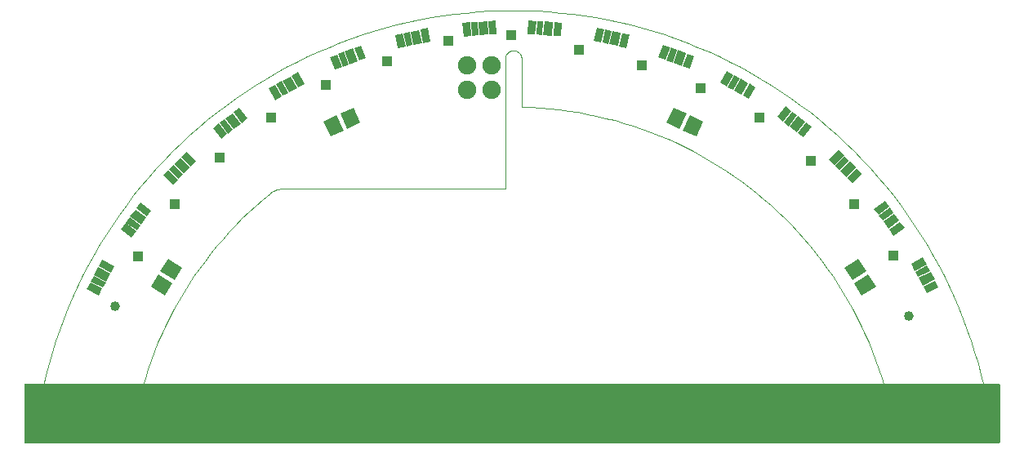
<source format=gts>
G04 EAGLE Gerber RS-274X export*
G75*
%MOMM*%
%FSLAX34Y34*%
%LPD*%
%INMask_Top*%
%IPPOS*%
%AMOC8*
5,1,8,0,0,1.08239X$1,22.5*%
G01*
%ADD10C,0.000000*%
%ADD11R,1.403200X0.753200*%
%ADD12R,1.403200X0.903200*%
%ADD13R,1.403200X0.653200*%
%ADD14R,1.403200X0.803200*%
%ADD15R,1.503200X1.703200*%
%ADD16C,1.903200*%
%ADD17R,1.009600X1.009600*%
%ADD18C,1.009600*%

G36*
X1000020Y-10758D02*
X1000020Y-10758D01*
X1000039Y-10760D01*
X1000141Y-10738D01*
X1000243Y-10722D01*
X1000260Y-10712D01*
X1000280Y-10708D01*
X1000369Y-10655D01*
X1000460Y-10606D01*
X1000474Y-10592D01*
X1000491Y-10582D01*
X1000558Y-10503D01*
X1000630Y-10428D01*
X1000638Y-10410D01*
X1000651Y-10395D01*
X1000690Y-10299D01*
X1000733Y-10205D01*
X1000735Y-10185D01*
X1000743Y-10167D01*
X1000761Y-10000D01*
X1000761Y50000D01*
X1000758Y50020D01*
X1000760Y50039D01*
X1000738Y50141D01*
X1000722Y50243D01*
X1000712Y50260D01*
X1000708Y50280D01*
X1000655Y50369D01*
X1000606Y50460D01*
X1000592Y50474D01*
X1000582Y50491D01*
X1000503Y50558D01*
X1000428Y50630D01*
X1000410Y50638D01*
X1000395Y50651D01*
X1000299Y50690D01*
X1000205Y50733D01*
X1000185Y50735D01*
X1000167Y50743D01*
X1000000Y50761D01*
X-10000Y50761D01*
X-10020Y50758D01*
X-10039Y50760D01*
X-10141Y50738D01*
X-10243Y50722D01*
X-10260Y50712D01*
X-10280Y50708D01*
X-10369Y50655D01*
X-10460Y50606D01*
X-10474Y50592D01*
X-10491Y50582D01*
X-10558Y50503D01*
X-10630Y50428D01*
X-10638Y50410D01*
X-10651Y50395D01*
X-10690Y50299D01*
X-10733Y50205D01*
X-10735Y50185D01*
X-10743Y50167D01*
X-10761Y50000D01*
X-10761Y-10000D01*
X-10758Y-10020D01*
X-10760Y-10039D01*
X-10738Y-10141D01*
X-10722Y-10243D01*
X-10712Y-10260D01*
X-10708Y-10280D01*
X-10655Y-10369D01*
X-10606Y-10460D01*
X-10592Y-10474D01*
X-10582Y-10491D01*
X-10503Y-10558D01*
X-10428Y-10630D01*
X-10410Y-10638D01*
X-10395Y-10651D01*
X-10299Y-10690D01*
X-10205Y-10733D01*
X-10185Y-10735D01*
X-10167Y-10743D01*
X-10000Y-10761D01*
X1000000Y-10761D01*
X1000020Y-10758D01*
G37*
D10*
X992282Y0D02*
X990613Y12144D01*
X988646Y24243D01*
X986384Y36290D01*
X983826Y48278D01*
X980976Y60200D01*
X977834Y72048D01*
X974403Y83816D01*
X970685Y95496D01*
X966681Y107081D01*
X962394Y118565D01*
X957827Y129940D01*
X952983Y141200D01*
X947864Y152338D01*
X942474Y163347D01*
X936815Y174220D01*
X930892Y184952D01*
X924707Y195535D01*
X918265Y205963D01*
X911569Y216230D01*
X904623Y226330D01*
X897432Y236257D01*
X890000Y246004D01*
X882331Y255567D01*
X874430Y264938D01*
X866301Y274113D01*
X857950Y283086D01*
X849382Y291851D01*
X840601Y300404D01*
X831613Y308739D01*
X822424Y316851D01*
X813039Y324736D01*
X803463Y332388D01*
X793702Y339803D01*
X783763Y346977D01*
X773650Y353904D01*
X763371Y360582D01*
X752932Y367006D01*
X742338Y373172D01*
X731596Y379076D01*
X720712Y384715D01*
X709694Y390086D01*
X698547Y395185D01*
X687278Y400009D01*
X675895Y404556D01*
X664404Y408822D01*
X652811Y412806D01*
X641125Y416503D01*
X629351Y419914D01*
X617497Y423034D01*
X605570Y425863D01*
X593578Y428399D01*
X581527Y430640D01*
X569424Y432585D01*
X557278Y434233D01*
X545095Y435583D01*
X532882Y436633D01*
X520647Y437384D01*
X508398Y437835D01*
X496141Y437985D01*
X483884Y437835D01*
X471635Y437384D01*
X459400Y436633D01*
X447187Y435583D01*
X435004Y434233D01*
X422858Y432585D01*
X410755Y430640D01*
X398704Y428399D01*
X386712Y425863D01*
X374785Y423034D01*
X362931Y419914D01*
X351157Y416503D01*
X339471Y412806D01*
X327878Y408822D01*
X316387Y404556D01*
X305004Y400009D01*
X293735Y395185D01*
X282588Y390086D01*
X271570Y384715D01*
X260686Y379076D01*
X249944Y373172D01*
X239350Y367006D01*
X228911Y360582D01*
X218632Y353904D01*
X208519Y346977D01*
X198580Y339803D01*
X188819Y332388D01*
X179243Y324736D01*
X169858Y316851D01*
X160669Y308739D01*
X151681Y300404D01*
X142900Y291851D01*
X134332Y283086D01*
X125981Y274113D01*
X117852Y264938D01*
X109951Y255567D01*
X102282Y246004D01*
X94850Y236257D01*
X87659Y226330D01*
X80713Y216230D01*
X74017Y205963D01*
X67575Y195535D01*
X61390Y184952D01*
X55467Y174220D01*
X49808Y163347D01*
X44418Y152338D01*
X39299Y141200D01*
X34455Y129940D01*
X29888Y118565D01*
X25601Y107081D01*
X21597Y95496D01*
X17879Y83816D01*
X14448Y72048D01*
X11306Y60200D01*
X8456Y48278D01*
X5898Y36290D01*
X3636Y24243D01*
X1669Y12144D01*
X0Y0D01*
X933295Y30000D02*
X933298Y30207D01*
X933305Y30414D01*
X933318Y30620D01*
X933335Y30827D01*
X933358Y31032D01*
X933386Y31238D01*
X933418Y31442D01*
X933456Y31646D01*
X933498Y31848D01*
X933546Y32050D01*
X933598Y32250D01*
X933655Y32449D01*
X933717Y32646D01*
X933784Y32842D01*
X933856Y33036D01*
X933932Y33229D01*
X934013Y33419D01*
X934099Y33608D01*
X934189Y33794D01*
X934283Y33978D01*
X934383Y34160D01*
X934486Y34339D01*
X934594Y34516D01*
X934706Y34690D01*
X934822Y34861D01*
X934943Y35030D01*
X935067Y35195D01*
X935196Y35357D01*
X935328Y35516D01*
X935464Y35672D01*
X935604Y35825D01*
X935748Y35974D01*
X935895Y36119D01*
X936046Y36261D01*
X936200Y36399D01*
X936358Y36534D01*
X936518Y36664D01*
X936682Y36790D01*
X936849Y36913D01*
X937019Y37031D01*
X937192Y37146D01*
X937367Y37256D01*
X937545Y37361D01*
X937726Y37463D01*
X937908Y37559D01*
X938094Y37652D01*
X938281Y37740D01*
X938471Y37823D01*
X938662Y37902D01*
X938855Y37976D01*
X939051Y38045D01*
X939247Y38109D01*
X939445Y38169D01*
X939645Y38224D01*
X939846Y38274D01*
X940048Y38319D01*
X940251Y38359D01*
X940455Y38394D01*
X940660Y38424D01*
X940865Y38449D01*
X941071Y38469D01*
X941278Y38484D01*
X941485Y38494D01*
X941692Y38499D01*
X941898Y38499D01*
X942105Y38494D01*
X942312Y38484D01*
X942519Y38469D01*
X942725Y38449D01*
X942930Y38424D01*
X943135Y38394D01*
X943339Y38359D01*
X943542Y38319D01*
X943744Y38274D01*
X943945Y38224D01*
X944145Y38169D01*
X944343Y38109D01*
X944539Y38045D01*
X944735Y37976D01*
X944928Y37902D01*
X945119Y37823D01*
X945309Y37740D01*
X945496Y37652D01*
X945682Y37559D01*
X945864Y37463D01*
X946045Y37361D01*
X946223Y37256D01*
X946398Y37146D01*
X946571Y37031D01*
X946741Y36913D01*
X946908Y36790D01*
X947072Y36664D01*
X947232Y36534D01*
X947390Y36399D01*
X947544Y36261D01*
X947695Y36119D01*
X947842Y35974D01*
X947986Y35825D01*
X948126Y35672D01*
X948262Y35516D01*
X948394Y35357D01*
X948523Y35195D01*
X948647Y35030D01*
X948768Y34861D01*
X948884Y34690D01*
X948996Y34516D01*
X949104Y34339D01*
X949207Y34160D01*
X949307Y33978D01*
X949401Y33794D01*
X949491Y33608D01*
X949577Y33419D01*
X949658Y33229D01*
X949734Y33036D01*
X949806Y32842D01*
X949873Y32646D01*
X949935Y32449D01*
X949992Y32250D01*
X950044Y32050D01*
X950092Y31848D01*
X950134Y31646D01*
X950172Y31442D01*
X950204Y31238D01*
X950232Y31032D01*
X950255Y30827D01*
X950272Y30620D01*
X950285Y30414D01*
X950292Y30207D01*
X950295Y30000D01*
X891307Y0D02*
X889674Y9644D01*
X887804Y19246D01*
X885701Y28799D01*
X883365Y38297D01*
X880797Y47736D01*
X877999Y57109D01*
X874972Y66411D01*
X871719Y75636D01*
X868242Y84778D01*
X864542Y93833D01*
X860621Y102795D01*
X856483Y111658D01*
X852129Y120418D01*
X847562Y129068D01*
X842785Y137604D01*
X837801Y146020D01*
X832612Y154313D01*
X827223Y162476D01*
X821635Y170504D01*
X815852Y178394D01*
X809879Y186140D01*
X803717Y193737D01*
X797372Y201182D01*
X790847Y208469D01*
X784145Y215594D01*
X777271Y222553D01*
X770229Y229342D01*
X763023Y235957D01*
X755658Y242394D01*
X748137Y248649D01*
X740466Y254718D01*
X732648Y260597D01*
X724689Y266284D01*
X716594Y271774D01*
X708366Y277065D01*
X700012Y282153D01*
X691536Y287035D01*
X682942Y291708D01*
X674238Y296170D01*
X665426Y300418D01*
X656514Y304449D01*
X647505Y308260D01*
X638406Y311851D01*
X629222Y315217D01*
X619958Y318358D01*
X610621Y321272D01*
X601215Y323956D01*
X591746Y326410D01*
X582219Y328631D01*
X572642Y330619D01*
X563018Y332372D01*
X553355Y333889D01*
X543657Y335170D01*
X533931Y336212D01*
X524183Y337017D01*
X514417Y337583D01*
X504641Y337910D01*
X504641Y388000D02*
X504638Y388207D01*
X504631Y388414D01*
X504618Y388620D01*
X504601Y388827D01*
X504578Y389032D01*
X504550Y389238D01*
X504518Y389442D01*
X504480Y389646D01*
X504438Y389848D01*
X504390Y390050D01*
X504338Y390250D01*
X504281Y390449D01*
X504219Y390646D01*
X504152Y390842D01*
X504080Y391036D01*
X504004Y391229D01*
X503923Y391419D01*
X503837Y391608D01*
X503747Y391794D01*
X503653Y391978D01*
X503553Y392160D01*
X503450Y392339D01*
X503342Y392516D01*
X503230Y392690D01*
X503114Y392861D01*
X502993Y393030D01*
X502869Y393195D01*
X502740Y393357D01*
X502608Y393516D01*
X502472Y393672D01*
X502332Y393825D01*
X502188Y393974D01*
X502041Y394119D01*
X501890Y394261D01*
X501736Y394399D01*
X501578Y394534D01*
X501418Y394664D01*
X501254Y394790D01*
X501087Y394913D01*
X500917Y395031D01*
X500744Y395146D01*
X500569Y395256D01*
X500391Y395361D01*
X500210Y395463D01*
X500028Y395559D01*
X499842Y395652D01*
X499655Y395740D01*
X499465Y395823D01*
X499274Y395902D01*
X499081Y395976D01*
X498885Y396045D01*
X498689Y396109D01*
X498491Y396169D01*
X498291Y396224D01*
X498090Y396274D01*
X497888Y396319D01*
X497685Y396359D01*
X497481Y396394D01*
X497276Y396424D01*
X497071Y396449D01*
X496865Y396469D01*
X496658Y396484D01*
X496451Y396494D01*
X496244Y396499D01*
X496038Y396499D01*
X495831Y396494D01*
X495624Y396484D01*
X495417Y396469D01*
X495211Y396449D01*
X495006Y396424D01*
X494801Y396394D01*
X494597Y396359D01*
X494394Y396319D01*
X494192Y396274D01*
X493991Y396224D01*
X493791Y396169D01*
X493593Y396109D01*
X493397Y396045D01*
X493201Y395976D01*
X493008Y395902D01*
X492817Y395823D01*
X492627Y395740D01*
X492440Y395652D01*
X492254Y395559D01*
X492072Y395463D01*
X491891Y395361D01*
X491713Y395256D01*
X491538Y395146D01*
X491365Y395031D01*
X491195Y394913D01*
X491028Y394790D01*
X490864Y394664D01*
X490704Y394534D01*
X490546Y394399D01*
X490392Y394261D01*
X490241Y394119D01*
X490094Y393974D01*
X489950Y393825D01*
X489810Y393672D01*
X489674Y393516D01*
X489542Y393357D01*
X489413Y393195D01*
X489289Y393030D01*
X489168Y392861D01*
X489052Y392690D01*
X488940Y392516D01*
X488832Y392339D01*
X488729Y392160D01*
X488629Y391978D01*
X488535Y391794D01*
X488445Y391608D01*
X488359Y391419D01*
X488278Y391229D01*
X488202Y391036D01*
X488130Y390842D01*
X488063Y390646D01*
X488001Y390449D01*
X487944Y390250D01*
X487892Y390050D01*
X487844Y389848D01*
X487802Y389646D01*
X487764Y389442D01*
X487732Y389238D01*
X487704Y389032D01*
X487681Y388827D01*
X487664Y388620D01*
X487651Y388414D01*
X487644Y388207D01*
X487641Y388000D01*
X256500Y252910D02*
X256012Y252904D01*
X255525Y252886D01*
X255039Y252857D01*
X254553Y252815D01*
X254068Y252762D01*
X253585Y252697D01*
X253104Y252620D01*
X252625Y252531D01*
X252148Y252431D01*
X251673Y252319D01*
X251202Y252196D01*
X250733Y252061D01*
X250269Y251915D01*
X249807Y251757D01*
X249350Y251589D01*
X248897Y251409D01*
X248448Y251218D01*
X248005Y251016D01*
X247566Y250804D01*
X247133Y250581D01*
X246705Y250347D01*
X246283Y250104D01*
X245867Y249850D01*
X245457Y249585D01*
X245054Y249311D01*
X244658Y249028D01*
X244268Y248734D01*
X243887Y248431D01*
X243887Y248432D02*
X236380Y242178D01*
X229028Y235743D01*
X221836Y229131D01*
X214807Y222344D01*
X207945Y215388D01*
X201256Y208267D01*
X194743Y200984D01*
X188410Y193544D01*
X182260Y185952D01*
X176298Y178212D01*
X170526Y170328D01*
X164949Y162306D01*
X159569Y154150D01*
X154390Y145865D01*
X149415Y137456D01*
X144647Y128928D01*
X140089Y120287D01*
X135743Y111536D01*
X131612Y102682D01*
X127698Y93729D01*
X124005Y84684D01*
X120533Y75551D01*
X117286Y66336D01*
X114265Y57044D01*
X111471Y47682D01*
X108908Y38254D01*
X106575Y28766D01*
X104474Y19224D01*
X102608Y9634D01*
X100976Y0D01*
X58988Y30000D02*
X58985Y30207D01*
X58978Y30414D01*
X58965Y30620D01*
X58948Y30827D01*
X58925Y31032D01*
X58897Y31238D01*
X58865Y31442D01*
X58827Y31646D01*
X58785Y31848D01*
X58737Y32050D01*
X58685Y32250D01*
X58628Y32449D01*
X58566Y32646D01*
X58499Y32842D01*
X58427Y33036D01*
X58351Y33229D01*
X58270Y33419D01*
X58184Y33608D01*
X58094Y33794D01*
X58000Y33978D01*
X57900Y34160D01*
X57797Y34339D01*
X57689Y34516D01*
X57577Y34690D01*
X57461Y34861D01*
X57340Y35030D01*
X57216Y35195D01*
X57087Y35357D01*
X56955Y35516D01*
X56819Y35672D01*
X56679Y35825D01*
X56535Y35974D01*
X56388Y36119D01*
X56237Y36261D01*
X56083Y36399D01*
X55925Y36534D01*
X55765Y36664D01*
X55601Y36790D01*
X55434Y36913D01*
X55264Y37031D01*
X55091Y37146D01*
X54916Y37256D01*
X54738Y37361D01*
X54557Y37463D01*
X54375Y37559D01*
X54189Y37652D01*
X54002Y37740D01*
X53812Y37823D01*
X53621Y37902D01*
X53428Y37976D01*
X53232Y38045D01*
X53036Y38109D01*
X52838Y38169D01*
X52638Y38224D01*
X52437Y38274D01*
X52235Y38319D01*
X52032Y38359D01*
X51828Y38394D01*
X51623Y38424D01*
X51418Y38449D01*
X51212Y38469D01*
X51005Y38484D01*
X50798Y38494D01*
X50591Y38499D01*
X50385Y38499D01*
X50178Y38494D01*
X49971Y38484D01*
X49764Y38469D01*
X49558Y38449D01*
X49353Y38424D01*
X49148Y38394D01*
X48944Y38359D01*
X48741Y38319D01*
X48539Y38274D01*
X48338Y38224D01*
X48138Y38169D01*
X47940Y38109D01*
X47744Y38045D01*
X47548Y37976D01*
X47355Y37902D01*
X47164Y37823D01*
X46974Y37740D01*
X46787Y37652D01*
X46601Y37559D01*
X46419Y37463D01*
X46238Y37361D01*
X46060Y37256D01*
X45885Y37146D01*
X45712Y37031D01*
X45542Y36913D01*
X45375Y36790D01*
X45211Y36664D01*
X45051Y36534D01*
X44893Y36399D01*
X44739Y36261D01*
X44588Y36119D01*
X44441Y35974D01*
X44297Y35825D01*
X44157Y35672D01*
X44021Y35516D01*
X43889Y35357D01*
X43760Y35195D01*
X43636Y35030D01*
X43515Y34861D01*
X43399Y34690D01*
X43287Y34516D01*
X43179Y34339D01*
X43076Y34160D01*
X42976Y33978D01*
X42882Y33794D01*
X42792Y33608D01*
X42706Y33419D01*
X42625Y33229D01*
X42549Y33036D01*
X42477Y32842D01*
X42410Y32646D01*
X42348Y32449D01*
X42291Y32250D01*
X42239Y32050D01*
X42191Y31848D01*
X42149Y31646D01*
X42111Y31442D01*
X42079Y31238D01*
X42051Y31032D01*
X42028Y30827D01*
X42011Y30620D01*
X41998Y30414D01*
X41991Y30207D01*
X41988Y30000D01*
X950295Y0D02*
X992282Y0D01*
X990613Y12144D01*
X988646Y24243D01*
X986384Y36290D01*
X983826Y48278D01*
X980976Y60200D01*
X977834Y72048D01*
X974403Y83816D01*
X970685Y95496D01*
X966681Y107081D01*
X962394Y118565D01*
X957827Y129940D01*
X952983Y141200D01*
X947864Y152338D01*
X942474Y163347D01*
X936815Y174220D01*
X930892Y184952D01*
X924707Y195535D01*
X918265Y205963D01*
X911569Y216230D01*
X904623Y226330D01*
X897432Y236257D01*
X890000Y246004D01*
X882331Y255567D01*
X874430Y264938D01*
X866301Y274113D01*
X857950Y283086D01*
X849382Y291851D01*
X840601Y300404D01*
X831613Y308739D01*
X822424Y316851D01*
X813039Y324736D01*
X803463Y332388D01*
X793702Y339803D01*
X783763Y346977D01*
X773650Y353904D01*
X763371Y360582D01*
X752932Y367006D01*
X742338Y373172D01*
X731596Y379076D01*
X720712Y384715D01*
X709694Y390086D01*
X698547Y395185D01*
X687278Y400009D01*
X675895Y404556D01*
X664404Y408822D01*
X652811Y412806D01*
X641125Y416503D01*
X629351Y419914D01*
X617497Y423034D01*
X605570Y425863D01*
X593578Y428399D01*
X581527Y430640D01*
X569424Y432585D01*
X557278Y434233D01*
X545095Y435583D01*
X532882Y436633D01*
X520647Y437384D01*
X508398Y437835D01*
X496141Y437985D01*
X483884Y437835D01*
X471635Y437384D01*
X459400Y436633D01*
X447187Y435583D01*
X435004Y434233D01*
X422858Y432585D01*
X410755Y430640D01*
X398704Y428399D01*
X386712Y425863D01*
X374785Y423034D01*
X362931Y419914D01*
X351157Y416503D01*
X339471Y412806D01*
X327878Y408822D01*
X316387Y404556D01*
X305004Y400009D01*
X293735Y395185D01*
X282588Y390086D01*
X271570Y384715D01*
X260686Y379076D01*
X249944Y373172D01*
X239350Y367006D01*
X228911Y360582D01*
X218632Y353904D01*
X208519Y346977D01*
X198580Y339803D01*
X188819Y332388D01*
X179243Y324736D01*
X169858Y316851D01*
X160669Y308739D01*
X151681Y300404D01*
X142900Y291851D01*
X134332Y283086D01*
X125981Y274113D01*
X117852Y264938D01*
X109951Y255567D01*
X102282Y246004D01*
X94850Y236257D01*
X87659Y226330D01*
X80713Y216230D01*
X74017Y205963D01*
X67575Y195535D01*
X61390Y184952D01*
X55467Y174220D01*
X49808Y163347D01*
X44418Y152338D01*
X39299Y141200D01*
X34455Y129940D01*
X29888Y118565D01*
X25601Y107081D01*
X21597Y95496D01*
X17879Y83816D01*
X14448Y72048D01*
X11306Y60200D01*
X8456Y48278D01*
X5898Y36290D01*
X3636Y24243D01*
X1669Y12144D01*
X0Y0D01*
X41988Y0D01*
X41988Y30000D01*
X41991Y30207D01*
X41998Y30414D01*
X42011Y30620D01*
X42028Y30827D01*
X42051Y31032D01*
X42079Y31238D01*
X42111Y31442D01*
X42149Y31646D01*
X42191Y31848D01*
X42239Y32050D01*
X42291Y32250D01*
X42348Y32449D01*
X42410Y32646D01*
X42477Y32842D01*
X42549Y33036D01*
X42625Y33229D01*
X42706Y33419D01*
X42792Y33608D01*
X42882Y33794D01*
X42976Y33978D01*
X43076Y34160D01*
X43179Y34339D01*
X43287Y34516D01*
X43399Y34690D01*
X43515Y34861D01*
X43636Y35030D01*
X43760Y35195D01*
X43889Y35357D01*
X44021Y35516D01*
X44157Y35672D01*
X44297Y35825D01*
X44441Y35974D01*
X44588Y36119D01*
X44739Y36261D01*
X44893Y36399D01*
X45051Y36534D01*
X45211Y36664D01*
X45375Y36790D01*
X45542Y36913D01*
X45712Y37031D01*
X45885Y37146D01*
X46060Y37256D01*
X46238Y37361D01*
X46419Y37463D01*
X46601Y37559D01*
X46787Y37652D01*
X46974Y37740D01*
X47164Y37823D01*
X47355Y37902D01*
X47548Y37976D01*
X47744Y38045D01*
X47940Y38109D01*
X48138Y38169D01*
X48338Y38224D01*
X48539Y38274D01*
X48741Y38319D01*
X48944Y38359D01*
X49148Y38394D01*
X49353Y38424D01*
X49558Y38449D01*
X49764Y38469D01*
X49971Y38484D01*
X50178Y38494D01*
X50385Y38499D01*
X50591Y38499D01*
X50798Y38494D01*
X51005Y38484D01*
X51212Y38469D01*
X51418Y38449D01*
X51623Y38424D01*
X51828Y38394D01*
X52032Y38359D01*
X52235Y38319D01*
X52437Y38274D01*
X52638Y38224D01*
X52838Y38169D01*
X53036Y38109D01*
X53232Y38045D01*
X53428Y37976D01*
X53621Y37902D01*
X53812Y37823D01*
X54002Y37740D01*
X54189Y37652D01*
X54375Y37559D01*
X54557Y37463D01*
X54738Y37361D01*
X54916Y37256D01*
X55091Y37146D01*
X55264Y37031D01*
X55434Y36913D01*
X55601Y36790D01*
X55765Y36664D01*
X55925Y36534D01*
X56083Y36399D01*
X56237Y36261D01*
X56388Y36119D01*
X56535Y35974D01*
X56679Y35825D01*
X56819Y35672D01*
X56955Y35516D01*
X57087Y35357D01*
X57216Y35195D01*
X57340Y35030D01*
X57461Y34861D01*
X57577Y34690D01*
X57689Y34516D01*
X57797Y34339D01*
X57900Y34160D01*
X58000Y33978D01*
X58094Y33794D01*
X58184Y33608D01*
X58270Y33419D01*
X58351Y33229D01*
X58427Y33036D01*
X58499Y32842D01*
X58566Y32646D01*
X58628Y32449D01*
X58685Y32250D01*
X58737Y32050D01*
X58785Y31848D01*
X58827Y31646D01*
X58865Y31442D01*
X58897Y31238D01*
X58925Y31032D01*
X58948Y30827D01*
X58965Y30620D01*
X58978Y30414D01*
X58985Y30207D01*
X58988Y30000D01*
X58988Y0D01*
X100975Y0D01*
X100976Y0D02*
X102608Y9634D01*
X104474Y19224D01*
X106575Y28766D01*
X108908Y38254D01*
X111471Y47682D01*
X114265Y57044D01*
X117286Y66336D01*
X120533Y75551D01*
X124005Y84684D01*
X127698Y93729D01*
X131612Y102682D01*
X135743Y111536D01*
X140089Y120287D01*
X144647Y128928D01*
X149415Y137456D01*
X154390Y145865D01*
X159569Y154150D01*
X164949Y162306D01*
X170526Y170328D01*
X176298Y178212D01*
X182260Y185952D01*
X188410Y193544D01*
X194743Y200984D01*
X201256Y208267D01*
X207945Y215388D01*
X214807Y222344D01*
X221836Y229131D01*
X229028Y235743D01*
X236380Y242178D01*
X243887Y248432D01*
X243887Y248431D02*
X244268Y248734D01*
X244658Y249028D01*
X245054Y249311D01*
X245457Y249585D01*
X245867Y249850D01*
X246283Y250104D01*
X246705Y250347D01*
X247133Y250581D01*
X247566Y250804D01*
X248005Y251016D01*
X248448Y251218D01*
X248897Y251409D01*
X249350Y251589D01*
X249807Y251757D01*
X250269Y251915D01*
X250733Y252061D01*
X251202Y252196D01*
X251673Y252319D01*
X252148Y252431D01*
X252625Y252531D01*
X253104Y252620D01*
X253585Y252697D01*
X254068Y252762D01*
X254553Y252815D01*
X255039Y252857D01*
X255525Y252886D01*
X256012Y252904D01*
X256500Y252910D01*
X487641Y252910D01*
X487641Y388000D01*
X487644Y388207D01*
X487651Y388414D01*
X487664Y388620D01*
X487681Y388827D01*
X487704Y389032D01*
X487732Y389238D01*
X487764Y389442D01*
X487802Y389646D01*
X487844Y389848D01*
X487892Y390050D01*
X487944Y390250D01*
X488001Y390449D01*
X488063Y390646D01*
X488130Y390842D01*
X488202Y391036D01*
X488278Y391229D01*
X488359Y391419D01*
X488445Y391608D01*
X488535Y391794D01*
X488629Y391978D01*
X488729Y392160D01*
X488832Y392339D01*
X488940Y392516D01*
X489052Y392690D01*
X489168Y392861D01*
X489289Y393030D01*
X489413Y393195D01*
X489542Y393357D01*
X489674Y393516D01*
X489810Y393672D01*
X489950Y393825D01*
X490094Y393974D01*
X490241Y394119D01*
X490392Y394261D01*
X490546Y394399D01*
X490704Y394534D01*
X490864Y394664D01*
X491028Y394790D01*
X491195Y394913D01*
X491365Y395031D01*
X491538Y395146D01*
X491713Y395256D01*
X491891Y395361D01*
X492072Y395463D01*
X492254Y395559D01*
X492440Y395652D01*
X492627Y395740D01*
X492817Y395823D01*
X493008Y395902D01*
X493201Y395976D01*
X493397Y396045D01*
X493593Y396109D01*
X493791Y396169D01*
X493991Y396224D01*
X494192Y396274D01*
X494394Y396319D01*
X494597Y396359D01*
X494801Y396394D01*
X495006Y396424D01*
X495211Y396449D01*
X495417Y396469D01*
X495624Y396484D01*
X495831Y396494D01*
X496038Y396499D01*
X496244Y396499D01*
X496451Y396494D01*
X496658Y396484D01*
X496865Y396469D01*
X497071Y396449D01*
X497276Y396424D01*
X497481Y396394D01*
X497685Y396359D01*
X497888Y396319D01*
X498090Y396274D01*
X498291Y396224D01*
X498491Y396169D01*
X498689Y396109D01*
X498885Y396045D01*
X499081Y395976D01*
X499274Y395902D01*
X499465Y395823D01*
X499655Y395740D01*
X499842Y395652D01*
X500028Y395559D01*
X500210Y395463D01*
X500391Y395361D01*
X500569Y395256D01*
X500744Y395146D01*
X500917Y395031D01*
X501087Y394913D01*
X501254Y394790D01*
X501418Y394664D01*
X501578Y394534D01*
X501736Y394399D01*
X501890Y394261D01*
X502041Y394119D01*
X502188Y393974D01*
X502332Y393825D01*
X502472Y393672D01*
X502608Y393516D01*
X502740Y393357D01*
X502869Y393195D01*
X502993Y393030D01*
X503114Y392861D01*
X503230Y392690D01*
X503342Y392516D01*
X503450Y392339D01*
X503553Y392160D01*
X503653Y391978D01*
X503747Y391794D01*
X503837Y391608D01*
X503923Y391419D01*
X504004Y391229D01*
X504080Y391036D01*
X504152Y390842D01*
X504219Y390646D01*
X504281Y390449D01*
X504338Y390250D01*
X504390Y390050D01*
X504438Y389848D01*
X504480Y389646D01*
X504518Y389442D01*
X504550Y389238D01*
X504578Y389032D01*
X504601Y388827D01*
X504618Y388620D01*
X504631Y388414D01*
X504638Y388207D01*
X504641Y388000D01*
X504641Y337910D01*
X514417Y337583D01*
X524183Y337017D01*
X533931Y336212D01*
X543657Y335170D01*
X553355Y333889D01*
X563018Y332372D01*
X572642Y330619D01*
X582219Y328631D01*
X591746Y326410D01*
X601215Y323956D01*
X610621Y321272D01*
X619958Y318358D01*
X629222Y315217D01*
X638406Y311851D01*
X647505Y308260D01*
X656514Y304449D01*
X665426Y300418D01*
X674238Y296170D01*
X682942Y291708D01*
X691536Y287035D01*
X700012Y282153D01*
X708366Y277065D01*
X716594Y271774D01*
X724689Y266284D01*
X732648Y260597D01*
X740466Y254718D01*
X748137Y248649D01*
X755658Y242394D01*
X763023Y235957D01*
X770229Y229342D01*
X777271Y222553D01*
X784145Y215594D01*
X790847Y208469D01*
X797372Y201182D01*
X803717Y193737D01*
X809879Y186140D01*
X815852Y178394D01*
X821635Y170504D01*
X827223Y162476D01*
X832612Y154313D01*
X837801Y146020D01*
X842785Y137604D01*
X847562Y129068D01*
X852129Y120418D01*
X856483Y111658D01*
X860621Y102795D01*
X864542Y93833D01*
X868242Y84778D01*
X871719Y75636D01*
X874972Y66411D01*
X877999Y57109D01*
X880797Y47736D01*
X883365Y38297D01*
X885701Y28799D01*
X887804Y19246D01*
X889674Y9644D01*
X891307Y0D01*
X933295Y0D01*
X933295Y30000D01*
X933298Y30207D01*
X933305Y30414D01*
X933318Y30620D01*
X933335Y30827D01*
X933358Y31032D01*
X933386Y31238D01*
X933418Y31442D01*
X933456Y31646D01*
X933498Y31848D01*
X933546Y32050D01*
X933598Y32250D01*
X933655Y32449D01*
X933717Y32646D01*
X933784Y32842D01*
X933856Y33036D01*
X933932Y33229D01*
X934013Y33419D01*
X934099Y33608D01*
X934189Y33794D01*
X934283Y33978D01*
X934383Y34160D01*
X934486Y34339D01*
X934594Y34516D01*
X934706Y34690D01*
X934822Y34861D01*
X934943Y35030D01*
X935067Y35195D01*
X935196Y35357D01*
X935328Y35516D01*
X935464Y35672D01*
X935604Y35825D01*
X935748Y35974D01*
X935895Y36119D01*
X936046Y36261D01*
X936200Y36399D01*
X936358Y36534D01*
X936518Y36664D01*
X936682Y36790D01*
X936849Y36913D01*
X937019Y37031D01*
X937192Y37146D01*
X937367Y37256D01*
X937545Y37361D01*
X937726Y37463D01*
X937908Y37559D01*
X938094Y37652D01*
X938281Y37740D01*
X938471Y37823D01*
X938662Y37902D01*
X938855Y37976D01*
X939051Y38045D01*
X939247Y38109D01*
X939445Y38169D01*
X939645Y38224D01*
X939846Y38274D01*
X940048Y38319D01*
X940251Y38359D01*
X940455Y38394D01*
X940660Y38424D01*
X940865Y38449D01*
X941071Y38469D01*
X941278Y38484D01*
X941485Y38494D01*
X941692Y38499D01*
X941898Y38499D01*
X942105Y38494D01*
X942312Y38484D01*
X942519Y38469D01*
X942725Y38449D01*
X942930Y38424D01*
X943135Y38394D01*
X943339Y38359D01*
X943542Y38319D01*
X943744Y38274D01*
X943945Y38224D01*
X944145Y38169D01*
X944343Y38109D01*
X944539Y38045D01*
X944735Y37976D01*
X944928Y37902D01*
X945119Y37823D01*
X945309Y37740D01*
X945496Y37652D01*
X945682Y37559D01*
X945864Y37463D01*
X946045Y37361D01*
X946223Y37256D01*
X946398Y37146D01*
X946571Y37031D01*
X946741Y36913D01*
X946908Y36790D01*
X947072Y36664D01*
X947232Y36534D01*
X947390Y36399D01*
X947544Y36261D01*
X947695Y36119D01*
X947842Y35974D01*
X947986Y35825D01*
X948126Y35672D01*
X948262Y35516D01*
X948394Y35357D01*
X948523Y35195D01*
X948647Y35030D01*
X948768Y34861D01*
X948884Y34690D01*
X948996Y34516D01*
X949104Y34339D01*
X949207Y34160D01*
X949307Y33978D01*
X949401Y33794D01*
X949491Y33608D01*
X949577Y33419D01*
X949658Y33229D01*
X949734Y33036D01*
X949806Y32842D01*
X949873Y32646D01*
X949935Y32449D01*
X949992Y32250D01*
X950044Y32050D01*
X950092Y31848D01*
X950134Y31646D01*
X950172Y31442D01*
X950204Y31238D01*
X950232Y31032D01*
X950255Y30827D01*
X950272Y30620D01*
X950285Y30414D01*
X950292Y30207D01*
X950295Y30000D01*
X950295Y0D01*
D11*
G36*
X78968Y166262D02*
X66545Y172784D01*
X70046Y179452D01*
X82469Y172930D01*
X78968Y166262D01*
G37*
D12*
G36*
X74086Y156965D02*
X61663Y163487D01*
X65862Y171483D01*
X78285Y164961D01*
X74086Y156965D01*
G37*
D13*
G36*
X70600Y150324D02*
X58177Y156846D01*
X61214Y162630D01*
X73637Y156108D01*
X70600Y150324D01*
G37*
D14*
G36*
X66417Y142356D02*
X53994Y148879D01*
X57727Y155990D01*
X70150Y149467D01*
X66417Y142356D01*
G37*
D11*
G36*
X471472Y412908D02*
X470493Y426905D01*
X478006Y427430D01*
X478985Y413433D01*
X471472Y412908D01*
G37*
D12*
G36*
X460997Y412176D02*
X460018Y426172D01*
X469027Y426802D01*
X470006Y412806D01*
X460997Y412176D01*
G37*
D13*
G36*
X453516Y411653D02*
X452537Y425650D01*
X459052Y426105D01*
X460031Y412108D01*
X453516Y411653D01*
G37*
D14*
G36*
X444538Y411024D02*
X443559Y425021D01*
X451570Y425582D01*
X452549Y411585D01*
X444538Y411024D01*
G37*
D11*
G36*
X402863Y404290D02*
X399873Y417999D01*
X407231Y419604D01*
X410221Y405895D01*
X402863Y404290D01*
G37*
D12*
G36*
X392604Y402054D02*
X389615Y415762D01*
X398438Y417686D01*
X401427Y403978D01*
X392604Y402054D01*
G37*
D13*
G36*
X385276Y400456D02*
X382287Y414165D01*
X388668Y415556D01*
X391657Y401847D01*
X385276Y400456D01*
G37*
D14*
G36*
X376482Y398539D02*
X373493Y412248D01*
X381340Y413959D01*
X384329Y400250D01*
X376482Y398539D01*
G37*
D11*
G36*
X116416Y224314D02*
X105065Y232561D01*
X109492Y238654D01*
X120843Y230407D01*
X116416Y224314D01*
G37*
D12*
G36*
X110245Y215819D02*
X98894Y224066D01*
X104203Y231373D01*
X115554Y223126D01*
X110245Y215819D01*
G37*
D13*
G36*
X105836Y209751D02*
X94485Y217998D01*
X98324Y223283D01*
X109675Y215036D01*
X105836Y209751D01*
G37*
D14*
G36*
X100546Y202471D02*
X89195Y210717D01*
X93916Y217215D01*
X105267Y208969D01*
X100546Y202471D01*
G37*
D11*
G36*
X161941Y276382D02*
X151899Y286181D01*
X157159Y291572D01*
X167201Y281773D01*
X161941Y276382D01*
G37*
D12*
G36*
X154607Y268867D02*
X144565Y278667D01*
X150873Y285131D01*
X160915Y275331D01*
X154607Y268867D01*
G37*
D13*
G36*
X149369Y263499D02*
X139327Y273298D01*
X143889Y277973D01*
X153931Y268174D01*
X149369Y263499D01*
G37*
D14*
G36*
X143083Y257058D02*
X133041Y266857D01*
X138651Y272606D01*
X148693Y262807D01*
X143083Y257058D01*
G37*
D11*
G36*
X214535Y321188D02*
X206033Y332349D01*
X212025Y336914D01*
X220527Y325753D01*
X214535Y321188D01*
G37*
D12*
G36*
X206184Y314825D02*
X197682Y325986D01*
X204866Y331459D01*
X213368Y320298D01*
X206184Y314825D01*
G37*
D13*
G36*
X200217Y310280D02*
X191715Y321441D01*
X196911Y325400D01*
X205413Y314239D01*
X200217Y310280D01*
G37*
D14*
G36*
X193058Y304826D02*
X184556Y315987D01*
X190946Y320854D01*
X199448Y309693D01*
X193058Y304826D01*
G37*
D11*
G36*
X273030Y358029D02*
X266228Y370301D01*
X272816Y373953D01*
X279618Y361681D01*
X273030Y358029D01*
G37*
D12*
G36*
X263847Y352939D02*
X257044Y365210D01*
X264943Y369589D01*
X271746Y357318D01*
X263847Y352939D01*
G37*
D13*
G36*
X257286Y349303D02*
X250485Y361574D01*
X256198Y364741D01*
X262999Y352470D01*
X257286Y349303D01*
G37*
D14*
G36*
X249416Y344940D02*
X242614Y357212D01*
X249638Y361106D01*
X256440Y348834D01*
X249416Y344940D01*
G37*
D11*
G36*
X336222Y385902D02*
X331285Y399036D01*
X338334Y401686D01*
X343271Y388552D01*
X336222Y385902D01*
G37*
D12*
G36*
X326393Y382207D02*
X321456Y395341D01*
X329909Y398519D01*
X334846Y385385D01*
X326393Y382207D01*
G37*
D13*
G36*
X319373Y379569D02*
X314436Y392703D01*
X320549Y395001D01*
X325486Y381867D01*
X319373Y379569D01*
G37*
D14*
G36*
X310948Y376402D02*
X306011Y389536D01*
X313528Y392362D01*
X318465Y379228D01*
X310948Y376402D01*
G37*
D11*
G36*
X921220Y151238D02*
X933643Y157760D01*
X937144Y151092D01*
X924721Y144570D01*
X921220Y151238D01*
G37*
D12*
G36*
X916339Y160534D02*
X928762Y167056D01*
X932961Y159060D01*
X920538Y152538D01*
X916339Y160534D01*
G37*
D13*
G36*
X912852Y167176D02*
X925275Y173698D01*
X928312Y167914D01*
X915889Y161392D01*
X912852Y167176D01*
G37*
D14*
G36*
X908669Y175143D02*
X921092Y181666D01*
X924825Y174555D01*
X912402Y168032D01*
X908669Y175143D01*
G37*
D11*
G36*
X842210Y264238D02*
X852252Y274037D01*
X857512Y268646D01*
X847470Y258847D01*
X842210Y264238D01*
G37*
D12*
G36*
X834877Y271752D02*
X844919Y281552D01*
X851227Y275088D01*
X841185Y265288D01*
X834877Y271752D01*
G37*
D13*
G36*
X829639Y277121D02*
X839681Y286920D01*
X844243Y282245D01*
X834201Y272446D01*
X829639Y277121D01*
G37*
D14*
G36*
X823353Y283562D02*
X833395Y293361D01*
X839005Y287612D01*
X828963Y277813D01*
X823353Y283562D01*
G37*
D11*
G36*
X734110Y349803D02*
X740912Y362075D01*
X747500Y358423D01*
X740698Y346151D01*
X734110Y349803D01*
G37*
D12*
G36*
X724927Y354894D02*
X731730Y367165D01*
X739629Y362786D01*
X732826Y350515D01*
X724927Y354894D01*
G37*
D13*
G36*
X718368Y358530D02*
X725169Y370801D01*
X730882Y367634D01*
X724081Y355363D01*
X718368Y358530D01*
G37*
D14*
G36*
X710496Y362893D02*
X717298Y375165D01*
X724322Y371271D01*
X717520Y358999D01*
X710496Y362893D01*
G37*
D11*
G36*
X606017Y400676D02*
X609007Y414385D01*
X616365Y412780D01*
X613375Y399071D01*
X606017Y400676D01*
G37*
D12*
G36*
X595758Y402913D02*
X598747Y416621D01*
X607570Y414697D01*
X604581Y400989D01*
X595758Y402913D01*
G37*
D13*
G36*
X588430Y404510D02*
X591419Y418219D01*
X597800Y416828D01*
X594811Y403119D01*
X588430Y404510D01*
G37*
D14*
G36*
X579637Y406428D02*
X582626Y420137D01*
X590473Y418426D01*
X587484Y404717D01*
X579637Y406428D01*
G37*
D11*
G36*
X537756Y411724D02*
X538735Y425721D01*
X546248Y425196D01*
X545269Y411199D01*
X537756Y411724D01*
G37*
D12*
G36*
X527281Y412457D02*
X528260Y426453D01*
X537269Y425823D01*
X536290Y411827D01*
X527281Y412457D01*
G37*
D13*
G36*
X519800Y412980D02*
X520779Y426977D01*
X527294Y426522D01*
X526315Y412525D01*
X519800Y412980D01*
G37*
D14*
G36*
X510822Y413608D02*
X511801Y427605D01*
X519812Y427044D01*
X518833Y413047D01*
X510822Y413608D01*
G37*
D11*
G36*
X671963Y379932D02*
X676900Y393066D01*
X683949Y390416D01*
X679012Y377282D01*
X671963Y379932D01*
G37*
D12*
G36*
X662134Y383626D02*
X667071Y396760D01*
X675524Y393582D01*
X670587Y380448D01*
X662134Y383626D01*
G37*
D13*
G36*
X655114Y386265D02*
X660051Y399399D01*
X666164Y397101D01*
X661227Y383967D01*
X655114Y386265D01*
G37*
D14*
G36*
X646689Y389431D02*
X651626Y402565D01*
X659143Y399739D01*
X654206Y386605D01*
X646689Y389431D01*
G37*
D11*
G36*
X791262Y310906D02*
X799764Y322067D01*
X805756Y317502D01*
X797254Y306341D01*
X791262Y310906D01*
G37*
D12*
G36*
X782910Y317268D02*
X791412Y328429D01*
X798596Y322956D01*
X790094Y311795D01*
X782910Y317268D01*
G37*
D13*
G36*
X776943Y321814D02*
X785445Y332975D01*
X790641Y329016D01*
X782139Y317855D01*
X776943Y321814D01*
G37*
D14*
G36*
X769784Y327267D02*
X778286Y338428D01*
X784676Y333561D01*
X776174Y322400D01*
X769784Y327267D01*
G37*
D11*
G36*
X885857Y210586D02*
X897208Y218833D01*
X901635Y212740D01*
X890284Y204493D01*
X885857Y210586D01*
G37*
D12*
G36*
X879685Y219081D02*
X891036Y227328D01*
X896345Y220021D01*
X884994Y211774D01*
X879685Y219081D01*
G37*
D13*
G36*
X875277Y225149D02*
X886628Y233396D01*
X890467Y228111D01*
X879116Y219864D01*
X875277Y225149D01*
G37*
D14*
G36*
X869987Y232430D02*
X881338Y240676D01*
X886059Y234178D01*
X874708Y225932D01*
X869987Y232430D01*
G37*
D15*
G36*
X142692Y155126D02*
X134771Y142351D01*
X120296Y151326D01*
X128217Y164101D01*
X142692Y155126D01*
G37*
G36*
X152704Y171274D02*
X144783Y158499D01*
X130308Y167474D01*
X138229Y180249D01*
X152704Y171274D01*
G37*
G36*
X316630Y330763D02*
X330274Y337068D01*
X337418Y321607D01*
X323774Y315302D01*
X316630Y330763D01*
G37*
G36*
X299382Y322793D02*
X313026Y329098D01*
X320170Y313637D01*
X306526Y307332D01*
X299382Y322793D01*
G37*
G36*
X679274Y329098D02*
X692918Y322793D01*
X685774Y307332D01*
X672130Y313637D01*
X679274Y329098D01*
G37*
G36*
X662026Y337068D02*
X675670Y330763D01*
X668526Y315302D01*
X654882Y321607D01*
X662026Y337068D01*
G37*
G36*
X864083Y164101D02*
X872004Y151326D01*
X857529Y142351D01*
X849608Y155126D01*
X864083Y164101D01*
G37*
G36*
X854071Y180249D02*
X861992Y167474D01*
X847517Y158499D01*
X839596Y171274D01*
X854071Y180249D01*
G37*
D16*
X448540Y355300D03*
X473940Y380700D03*
X448540Y380700D03*
X473940Y355300D03*
D17*
X365351Y385252D03*
X302167Y361018D03*
X429091Y406143D03*
X493945Y412550D03*
X564644Y397229D03*
X245107Y326757D03*
X191666Y285253D03*
X145182Y236785D03*
X107328Y182747D03*
X629498Y381352D03*
X690177Y357675D03*
X751133Y326478D03*
X804854Y281910D03*
X849945Y237342D03*
X890305Y183582D03*
D18*
X83368Y131583D03*
X906326Y120680D03*
M02*

</source>
